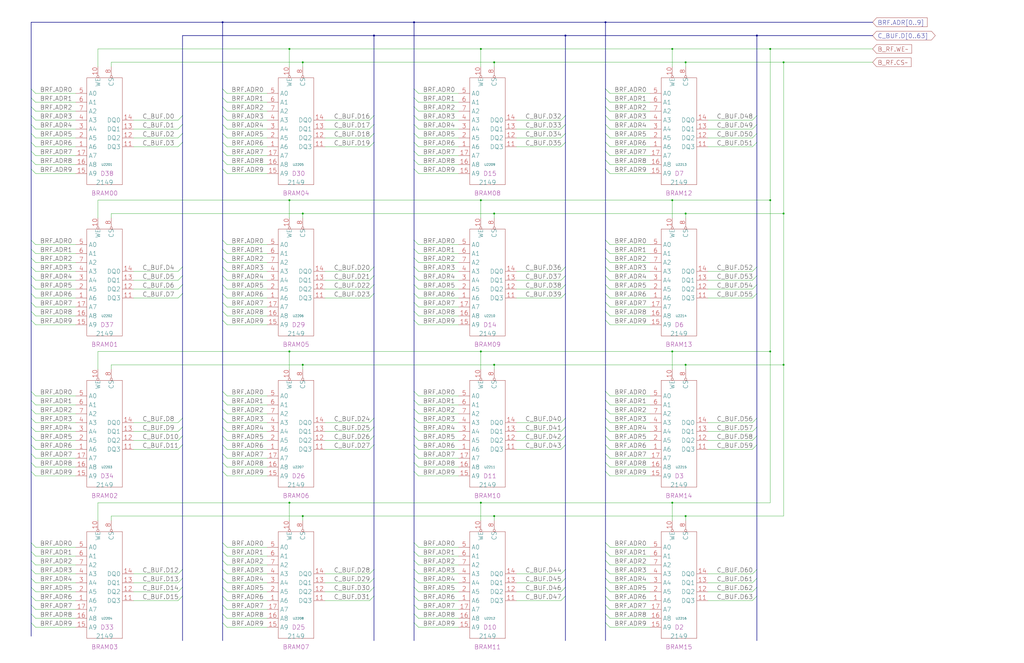
<source format=kicad_sch>
(kicad_sch (version 20250114) (generator "eeschema") (generator_version "9.0")
  (paper "User" 584.2 378.46)
  (title_block (title "REGISTER FILE B\\nRAM ARRAY") (date "22-MAR-90") (rev "1.0") (comment 1 "VALUE") (comment 2 "232-003063") (comment 3 "S400") (comment 4 "RELEASED"))
  (junction (at 274.32 114.3))
  (junction (at 165.1 200.66))
  (junction (at 127 12.7))
  (junction (at 431.8 20.32))
  (junction (at 213.36 20.32))
  (junction (at 383.54 27.94))
  (junction (at 281.94 121.92))
  (junction (at 447.04 35.56))
  (junction (at 322.58 20.32))
  (junction (at 391.16 35.56))
  (junction (at 345.44 12.7))
  (junction (at 165.1 287.02))
  (junction (at 447.04 121.92))
  (junction (at 439.42 114.3))
  (junction (at 383.54 287.02))
  (junction (at 383.54 114.3))
  (junction (at 274.32 287.02))
  (junction (at 391.16 208.28))
  (junction (at 172.72 294.64))
  (junction (at 281.94 294.64))
  (junction (at 391.16 121.92))
  (junction (at 383.54 200.66))
  (junction (at 439.42 200.66))
  (junction (at 281.94 208.28))
  (junction (at 274.32 27.94))
  (junction (at 172.72 35.56))
  (junction (at 447.04 208.28))
  (junction (at 391.16 294.64))
  (junction (at 281.94 35.56))
  (junction (at 165.1 27.94))
  (junction (at 274.32 200.66))
  (junction (at 172.72 121.92))
  (junction (at 172.72 208.28))
  (junction (at 165.1 114.3))
  (junction (at 236.22 12.7))
  (junction (at 439.42 27.94))
  (bus_entry (at 322.58 238.76) (size -2.54 2.54))
  (bus_entry (at 345.44 243.84) (size 2.54 2.54))
  (bus_entry (at 431.8 335.28) (size -2.54 2.54))
  (bus_entry (at 127 248.92) (size 2.54 2.54))
  (bus_entry (at 17.78 50.8) (size 2.54 2.54))
  (bus_entry (at 236.22 96.52) (size 2.54 2.54))
  (bus_entry (at 431.8 330.2) (size -2.54 2.54))
  (bus_entry (at 17.78 172.72) (size 2.54 2.54))
  (bus_entry (at 17.78 91.44) (size 2.54 2.54))
  (bus_entry (at 431.8 71.12) (size -2.54 2.54))
  (bus_entry (at 213.36 157.48) (size -2.54 2.54))
  (bus_entry (at 127 86.36) (size 2.54 2.54))
  (bus_entry (at 345.44 152.4) (size 2.54 2.54))
  (bus_entry (at 17.78 335.28) (size 2.54 2.54))
  (bus_entry (at 127 152.4) (size 2.54 2.54))
  (bus_entry (at 213.36 152.4) (size -2.54 2.54))
  (bus_entry (at 236.22 330.2) (size 2.54 2.54))
  (bus_entry (at 236.22 162.56) (size 2.54 2.54))
  (bus_entry (at 345.44 320.04) (size 2.54 2.54))
  (bus_entry (at 104.14 152.4) (size -2.54 2.54))
  (bus_entry (at 127 243.84) (size 2.54 2.54))
  (bus_entry (at 213.36 248.92) (size -2.54 2.54))
  (bus_entry (at 127 157.48) (size 2.54 2.54))
  (bus_entry (at 104.14 76.2) (size -2.54 2.54))
  (bus_entry (at 17.78 350.52) (size 2.54 2.54))
  (bus_entry (at 104.14 157.48) (size -2.54 2.54))
  (bus_entry (at 236.22 269.24) (size 2.54 2.54))
  (bus_entry (at 345.44 248.92) (size 2.54 2.54))
  (bus_entry (at 345.44 223.52) (size 2.54 2.54))
  (bus_entry (at 236.22 228.6) (size 2.54 2.54))
  (bus_entry (at 127 238.76) (size 2.54 2.54))
  (bus_entry (at 127 264.16) (size 2.54 2.54))
  (bus_entry (at 17.78 162.56) (size 2.54 2.54))
  (bus_entry (at 322.58 167.64) (size -2.54 2.54))
  (bus_entry (at 322.58 81.28) (size -2.54 2.54))
  (bus_entry (at 104.14 254) (size -2.54 2.54))
  (bus_entry (at 127 71.12) (size 2.54 2.54))
  (bus_entry (at 345.44 55.88) (size 2.54 2.54))
  (bus_entry (at 322.58 330.2) (size -2.54 2.54))
  (bus_entry (at 236.22 259.08) (size 2.54 2.54))
  (bus_entry (at 322.58 254) (size -2.54 2.54))
  (bus_entry (at 104.14 335.28) (size -2.54 2.54))
  (bus_entry (at 17.78 228.6) (size 2.54 2.54))
  (bus_entry (at 104.14 167.64) (size -2.54 2.54))
  (bus_entry (at 213.36 330.2) (size -2.54 2.54))
  (bus_entry (at 213.36 81.28) (size -2.54 2.54))
  (bus_entry (at 345.44 355.6) (size 2.54 2.54))
  (bus_entry (at 345.44 167.64) (size 2.54 2.54))
  (bus_entry (at 17.78 152.4) (size 2.54 2.54))
  (bus_entry (at 213.36 325.12) (size -2.54 2.54))
  (bus_entry (at 431.8 162.56) (size -2.54 2.54))
  (bus_entry (at 17.78 264.16) (size 2.54 2.54))
  (bus_entry (at 17.78 167.64) (size 2.54 2.54))
  (bus_entry (at 127 137.16) (size 2.54 2.54))
  (bus_entry (at 236.22 238.76) (size 2.54 2.54))
  (bus_entry (at 236.22 223.52) (size 2.54 2.54))
  (bus_entry (at 345.44 91.44) (size 2.54 2.54))
  (bus_entry (at 345.44 350.52) (size 2.54 2.54))
  (bus_entry (at 345.44 345.44) (size 2.54 2.54))
  (bus_entry (at 127 330.2) (size 2.54 2.54))
  (bus_entry (at 345.44 157.48) (size 2.54 2.54))
  (bus_entry (at 104.14 81.28) (size -2.54 2.54))
  (bus_entry (at 127 345.44) (size 2.54 2.54))
  (bus_entry (at 345.44 76.2) (size 2.54 2.54))
  (bus_entry (at 127 96.52) (size 2.54 2.54))
  (bus_entry (at 17.78 182.88) (size 2.54 2.54))
  (bus_entry (at 236.22 309.88) (size 2.54 2.54))
  (bus_entry (at 345.44 60.96) (size 2.54 2.54))
  (bus_entry (at 127 314.96) (size 2.54 2.54))
  (bus_entry (at 431.8 254) (size -2.54 2.54))
  (bus_entry (at 17.78 355.6) (size 2.54 2.54))
  (bus_entry (at 17.78 142.24) (size 2.54 2.54))
  (bus_entry (at 127 223.52) (size 2.54 2.54))
  (bus_entry (at 104.14 162.56) (size -2.54 2.54))
  (bus_entry (at 345.44 182.88) (size 2.54 2.54))
  (bus_entry (at 17.78 71.12) (size 2.54 2.54))
  (bus_entry (at 345.44 86.36) (size 2.54 2.54))
  (bus_entry (at 127 335.28) (size 2.54 2.54))
  (bus_entry (at 236.22 91.44) (size 2.54 2.54))
  (bus_entry (at 236.22 60.96) (size 2.54 2.54))
  (bus_entry (at 213.36 162.56) (size -2.54 2.54))
  (bus_entry (at 236.22 355.6) (size 2.54 2.54))
  (bus_entry (at 322.58 66.04) (size -2.54 2.54))
  (bus_entry (at 236.22 248.92) (size 2.54 2.54))
  (bus_entry (at 431.8 248.92) (size -2.54 2.54))
  (bus_entry (at 17.78 60.96) (size 2.54 2.54))
  (bus_entry (at 322.58 340.36) (size -2.54 2.54))
  (bus_entry (at 213.36 71.12) (size -2.54 2.54))
  (bus_entry (at 431.8 243.84) (size -2.54 2.54))
  (bus_entry (at 431.8 167.64) (size -2.54 2.54))
  (bus_entry (at 236.22 152.4) (size 2.54 2.54))
  (bus_entry (at 127 162.56) (size 2.54 2.54))
  (bus_entry (at 127 254) (size 2.54 2.54))
  (bus_entry (at 345.44 309.88) (size 2.54 2.54))
  (bus_entry (at 345.44 50.8) (size 2.54 2.54))
  (bus_entry (at 17.78 238.76) (size 2.54 2.54))
  (bus_entry (at 236.22 167.64) (size 2.54 2.54))
  (bus_entry (at 17.78 314.96) (size 2.54 2.54))
  (bus_entry (at 127 309.88) (size 2.54 2.54))
  (bus_entry (at 213.36 254) (size -2.54 2.54))
  (bus_entry (at 17.78 309.88) (size 2.54 2.54))
  (bus_entry (at 127 167.64) (size 2.54 2.54))
  (bus_entry (at 127 142.24) (size 2.54 2.54))
  (bus_entry (at 236.22 325.12) (size 2.54 2.54))
  (bus_entry (at 236.22 233.68) (size 2.54 2.54))
  (bus_entry (at 431.8 66.04) (size -2.54 2.54))
  (bus_entry (at 345.44 137.16) (size 2.54 2.54))
  (bus_entry (at 127 177.8) (size 2.54 2.54))
  (bus_entry (at 236.22 345.44) (size 2.54 2.54))
  (bus_entry (at 127 172.72) (size 2.54 2.54))
  (bus_entry (at 236.22 172.72) (size 2.54 2.54))
  (bus_entry (at 236.22 66.04) (size 2.54 2.54))
  (bus_entry (at 345.44 314.96) (size 2.54 2.54))
  (bus_entry (at 236.22 243.84) (size 2.54 2.54))
  (bus_entry (at 345.44 142.24) (size 2.54 2.54))
  (bus_entry (at 127 76.2) (size 2.54 2.54))
  (bus_entry (at 17.78 147.32) (size 2.54 2.54))
  (bus_entry (at 127 147.32) (size 2.54 2.54))
  (bus_entry (at 236.22 320.04) (size 2.54 2.54))
  (bus_entry (at 236.22 254) (size 2.54 2.54))
  (bus_entry (at 345.44 66.04) (size 2.54 2.54))
  (bus_entry (at 127 350.52) (size 2.54 2.54))
  (bus_entry (at 127 91.44) (size 2.54 2.54))
  (bus_entry (at 236.22 264.16) (size 2.54 2.54))
  (bus_entry (at 104.14 71.12) (size -2.54 2.54))
  (bus_entry (at 17.78 320.04) (size 2.54 2.54))
  (bus_entry (at 236.22 81.28) (size 2.54 2.54))
  (bus_entry (at 17.78 340.36) (size 2.54 2.54))
  (bus_entry (at 17.78 137.16) (size 2.54 2.54))
  (bus_entry (at 322.58 71.12) (size -2.54 2.54))
  (bus_entry (at 104.14 238.76) (size -2.54 2.54))
  (bus_entry (at 127 66.04) (size 2.54 2.54))
  (bus_entry (at 17.78 254) (size 2.54 2.54))
  (bus_entry (at 104.14 248.92) (size -2.54 2.54))
  (bus_entry (at 213.36 66.04) (size -2.54 2.54))
  (bus_entry (at 345.44 172.72) (size 2.54 2.54))
  (bus_entry (at 236.22 55.88) (size 2.54 2.54))
  (bus_entry (at 127 228.6) (size 2.54 2.54))
  (bus_entry (at 236.22 182.88) (size 2.54 2.54))
  (bus_entry (at 104.14 66.04) (size -2.54 2.54))
  (bus_entry (at 322.58 243.84) (size -2.54 2.54))
  (bus_entry (at 104.14 325.12) (size -2.54 2.54))
  (bus_entry (at 431.8 152.4) (size -2.54 2.54))
  (bus_entry (at 17.78 248.92) (size 2.54 2.54))
  (bus_entry (at 431.8 238.76) (size -2.54 2.54))
  (bus_entry (at 236.22 71.12) (size 2.54 2.54))
  (bus_entry (at 322.58 157.48) (size -2.54 2.54))
  (bus_entry (at 322.58 152.4) (size -2.54 2.54))
  (bus_entry (at 431.8 325.12) (size -2.54 2.54))
  (bus_entry (at 17.78 223.52) (size 2.54 2.54))
  (bus_entry (at 127 233.68) (size 2.54 2.54))
  (bus_entry (at 17.78 157.48) (size 2.54 2.54))
  (bus_entry (at 345.44 335.28) (size 2.54 2.54))
  (bus_entry (at 431.8 340.36) (size -2.54 2.54))
  (bus_entry (at 17.78 345.44) (size 2.54 2.54))
  (bus_entry (at 322.58 335.28) (size -2.54 2.54))
  (bus_entry (at 17.78 259.08) (size 2.54 2.54))
  (bus_entry (at 17.78 330.2) (size 2.54 2.54))
  (bus_entry (at 345.44 228.6) (size 2.54 2.54))
  (bus_entry (at 431.8 157.48) (size -2.54 2.54))
  (bus_entry (at 345.44 269.24) (size 2.54 2.54))
  (bus_entry (at 236.22 76.2) (size 2.54 2.54))
  (bus_entry (at 104.14 330.2) (size -2.54 2.54))
  (bus_entry (at 345.44 96.52) (size 2.54 2.54))
  (bus_entry (at 322.58 248.92) (size -2.54 2.54))
  (bus_entry (at 127 320.04) (size 2.54 2.54))
  (bus_entry (at 213.36 167.64) (size -2.54 2.54))
  (bus_entry (at 236.22 335.28) (size 2.54 2.54))
  (bus_entry (at 127 182.88) (size 2.54 2.54))
  (bus_entry (at 17.78 269.24) (size 2.54 2.54))
  (bus_entry (at 345.44 340.36) (size 2.54 2.54))
  (bus_entry (at 345.44 233.68) (size 2.54 2.54))
  (bus_entry (at 236.22 142.24) (size 2.54 2.54))
  (bus_entry (at 17.78 81.28) (size 2.54 2.54))
  (bus_entry (at 236.22 340.36) (size 2.54 2.54))
  (bus_entry (at 17.78 177.8) (size 2.54 2.54))
  (bus_entry (at 127 269.24) (size 2.54 2.54))
  (bus_entry (at 127 259.08) (size 2.54 2.54))
  (bus_entry (at 345.44 264.16) (size 2.54 2.54))
  (bus_entry (at 236.22 350.52) (size 2.54 2.54))
  (bus_entry (at 236.22 137.16) (size 2.54 2.54))
  (bus_entry (at 213.36 340.36) (size -2.54 2.54))
  (bus_entry (at 345.44 177.8) (size 2.54 2.54))
  (bus_entry (at 127 60.96) (size 2.54 2.54))
  (bus_entry (at 127 50.8) (size 2.54 2.54))
  (bus_entry (at 127 340.36) (size 2.54 2.54))
  (bus_entry (at 236.22 50.8) (size 2.54 2.54))
  (bus_entry (at 213.36 238.76) (size -2.54 2.54))
  (bus_entry (at 236.22 314.96) (size 2.54 2.54))
  (bus_entry (at 17.78 55.88) (size 2.54 2.54))
  (bus_entry (at 345.44 147.32) (size 2.54 2.54))
  (bus_entry (at 17.78 325.12) (size 2.54 2.54))
  (bus_entry (at 431.8 81.28) (size -2.54 2.54))
  (bus_entry (at 213.36 335.28) (size -2.54 2.54))
  (bus_entry (at 213.36 76.2) (size -2.54 2.54))
  (bus_entry (at 17.78 76.2) (size 2.54 2.54))
  (bus_entry (at 431.8 76.2) (size -2.54 2.54))
  (bus_entry (at 345.44 238.76) (size 2.54 2.54))
  (bus_entry (at 322.58 76.2) (size -2.54 2.54))
  (bus_entry (at 127 55.88) (size 2.54 2.54))
  (bus_entry (at 345.44 259.08) (size 2.54 2.54))
  (bus_entry (at 17.78 66.04) (size 2.54 2.54))
  (bus_entry (at 345.44 325.12) (size 2.54 2.54))
  (bus_entry (at 322.58 325.12) (size -2.54 2.54))
  (bus_entry (at 236.22 147.32) (size 2.54 2.54))
  (bus_entry (at 17.78 86.36) (size 2.54 2.54))
  (bus_entry (at 104.14 243.84) (size -2.54 2.54))
  (bus_entry (at 17.78 233.68) (size 2.54 2.54))
  (bus_entry (at 236.22 177.8) (size 2.54 2.54))
  (bus_entry (at 104.14 340.36) (size -2.54 2.54))
  (bus_entry (at 322.58 162.56) (size -2.54 2.54))
  (bus_entry (at 345.44 162.56) (size 2.54 2.54))
  (bus_entry (at 345.44 254) (size 2.54 2.54))
  (bus_entry (at 127 81.28) (size 2.54 2.54))
  (bus_entry (at 213.36 243.84) (size -2.54 2.54))
  (bus_entry (at 127 325.12) (size 2.54 2.54))
  (bus_entry (at 236.22 157.48) (size 2.54 2.54))
  (bus_entry (at 345.44 71.12) (size 2.54 2.54))
  (bus_entry (at 127 355.6) (size 2.54 2.54))
  (bus_entry (at 17.78 96.52) (size 2.54 2.54))
  (bus_entry (at 345.44 330.2) (size 2.54 2.54))
  (bus_entry (at 236.22 86.36) (size 2.54 2.54))
  (bus_entry (at 17.78 243.84) (size 2.54 2.54))
  (bus_entry (at 345.44 81.28) (size 2.54 2.54))
  (bus (pts (xy 17.78 238.76) (xy 17.78 243.84)))
  (wire (pts (xy 76.2 337.82) (xy 101.6 337.82)))
  (bus (pts (xy 17.78 254) (xy 17.78 259.08)))
  (wire (pts (xy 391.16 121.92) (xy 391.16 124.46)))
  (bus (pts (xy 236.22 254) (xy 236.22 259.08)))
  (wire (pts (xy 238.76 317.5) (xy 261.62 317.5)))
  (bus (pts (xy 322.58 157.48) (xy 322.58 162.56)))
  (bus (pts (xy 127 96.52) (xy 127 137.16)))
  (bus (pts (xy 104.14 167.64) (xy 104.14 238.76)))
  (bus (pts (xy 17.78 243.84) (xy 17.78 248.92)))
  (wire (pts (xy 383.54 27.94) (xy 439.42 27.94)))
  (wire (pts (xy 238.76 271.78) (xy 261.62 271.78)))
  (wire (pts (xy 63.5 121.92) (xy 63.5 124.46)))
  (wire (pts (xy 238.76 231.14) (xy 261.62 231.14)))
  (wire (pts (xy 63.5 35.56) (xy 63.5 38.1)))
  (bus (pts (xy 345.44 71.12) (xy 345.44 76.2)))
  (bus (pts (xy 17.78 269.24) (xy 17.78 309.88)))
  (wire (pts (xy 129.54 68.58) (xy 152.4 68.58)))
  (bus (pts (xy 236.22 12.7) (xy 236.22 50.8)))
  (wire (pts (xy 403.86 68.58) (xy 429.26 68.58)))
  (wire (pts (xy 76.2 327.66) (xy 101.6 327.66)))
  (bus (pts (xy 127 167.64) (xy 127 172.72)))
  (wire (pts (xy 129.54 149.86) (xy 152.4 149.86)))
  (bus (pts (xy 17.78 248.92) (xy 17.78 254)))
  (wire (pts (xy 238.76 342.9) (xy 261.62 342.9)))
  (bus (pts (xy 127 50.8) (xy 127 55.88)))
  (wire (pts (xy 20.32 322.58) (xy 43.18 322.58)))
  (bus (pts (xy 431.8 248.92) (xy 431.8 254)))
  (bus (pts (xy 17.78 233.68) (xy 17.78 238.76)))
  (bus (pts (xy 431.8 325.12) (xy 431.8 330.2)))
  (wire (pts (xy 20.32 58.42) (xy 43.18 58.42)))
  (wire (pts (xy 172.72 35.56) (xy 63.5 35.56)))
  (bus (pts (xy 345.44 314.96) (xy 345.44 320.04)))
  (wire (pts (xy 129.54 327.66) (xy 152.4 327.66)))
  (bus (pts (xy 17.78 340.36) (xy 17.78 345.44)))
  (wire (pts (xy 55.88 200.66) (xy 165.1 200.66)))
  (bus (pts (xy 104.14 157.48) (xy 104.14 162.56)))
  (wire (pts (xy 403.86 241.3) (xy 429.26 241.3)))
  (bus (pts (xy 345.44 137.16) (xy 345.44 142.24)))
  (wire (pts (xy 403.86 78.74) (xy 429.26 78.74)))
  (wire (pts (xy 238.76 353.06) (xy 261.62 353.06)))
  (wire (pts (xy 185.42 83.82) (xy 210.82 83.82)))
  (wire (pts (xy 238.76 236.22) (xy 261.62 236.22)))
  (bus (pts (xy 322.58 330.2) (xy 322.58 335.28)))
  (wire (pts (xy 347.98 149.86) (xy 370.84 149.86)))
  (bus (pts (xy 17.78 182.88) (xy 17.78 223.52)))
  (bus (pts (xy 127 91.44) (xy 127 96.52)))
  (bus (pts (xy 213.36 20.32) (xy 322.58 20.32)))
  (wire (pts (xy 447.04 121.92) (xy 447.04 35.56)))
  (bus (pts (xy 236.22 264.16) (xy 236.22 269.24)))
  (bus (pts (xy 431.8 20.32) (xy 497.84 20.32)))
  (wire (pts (xy 347.98 139.7) (xy 370.84 139.7)))
  (wire (pts (xy 185.42 256.54) (xy 210.82 256.54)))
  (bus (pts (xy 127 254) (xy 127 259.08)))
  (wire (pts (xy 55.88 27.94) (xy 55.88 38.1)))
  (wire (pts (xy 63.5 294.64) (xy 172.72 294.64)))
  (wire (pts (xy 274.32 287.02) (xy 165.1 287.02)))
  (bus (pts (xy 17.78 172.72) (xy 17.78 177.8)))
  (wire (pts (xy 238.76 63.5) (xy 261.62 63.5)))
  (bus (pts (xy 127 55.88) (xy 127 60.96)))
  (bus (pts (xy 213.36 66.04) (xy 213.36 71.12)))
  (wire (pts (xy 238.76 175.26) (xy 261.62 175.26)))
  (bus (pts (xy 236.22 314.96) (xy 236.22 320.04)))
  (wire (pts (xy 403.86 342.9) (xy 429.26 342.9)))
  (wire (pts (xy 129.54 165.1) (xy 152.4 165.1)))
  (wire (pts (xy 274.32 27.94) (xy 274.32 38.1)))
  (bus (pts (xy 236.22 81.28) (xy 236.22 86.36)))
  (bus (pts (xy 345.44 259.08) (xy 345.44 264.16)))
  (wire (pts (xy 347.98 266.7) (xy 370.84 266.7)))
  (wire (pts (xy 129.54 73.66) (xy 152.4 73.66)))
  (bus (pts (xy 127 355.6) (xy 127 365.76)))
  (wire (pts (xy 20.32 337.82) (xy 43.18 337.82)))
  (bus (pts (xy 104.14 20.32) (xy 213.36 20.32)))
  (wire (pts (xy 55.88 114.3) (xy 165.1 114.3)))
  (wire (pts (xy 129.54 144.78) (xy 152.4 144.78)))
  (wire (pts (xy 129.54 317.5) (xy 152.4 317.5)))
  (wire (pts (xy 63.5 121.92) (xy 172.72 121.92)))
  (wire (pts (xy 391.16 294.64) (xy 391.16 297.18)))
  (wire (pts (xy 76.2 73.66) (xy 101.6 73.66)))
  (bus (pts (xy 127 86.36) (xy 127 91.44)))
  (wire (pts (xy 76.2 165.1) (xy 101.6 165.1)))
  (bus (pts (xy 17.78 228.6) (xy 17.78 233.68)))
  (wire (pts (xy 281.94 35.56) (xy 172.72 35.56)))
  (bus (pts (xy 236.22 147.32) (xy 236.22 152.4)))
  (wire (pts (xy 238.76 312.42) (xy 261.62 312.42)))
  (bus (pts (xy 104.14 81.28) (xy 104.14 152.4)))
  (wire (pts (xy 403.86 154.94) (xy 429.26 154.94)))
  (wire (pts (xy 165.1 200.66) (xy 165.1 210.82)))
  (wire (pts (xy 347.98 241.3) (xy 370.84 241.3)))
  (bus (pts (xy 431.8 81.28) (xy 431.8 152.4)))
  (wire (pts (xy 76.2 160.02) (xy 101.6 160.02)))
  (wire (pts (xy 20.32 332.74) (xy 43.18 332.74)))
  (bus (pts (xy 322.58 325.12) (xy 322.58 330.2)))
  (wire (pts (xy 20.32 261.62) (xy 43.18 261.62)))
  (wire (pts (xy 238.76 180.34) (xy 261.62 180.34)))
  (wire (pts (xy 238.76 78.74) (xy 261.62 78.74)))
  (bus (pts (xy 17.78 76.2) (xy 17.78 81.28)))
  (wire (pts (xy 391.16 121.92) (xy 447.04 121.92)))
  (bus (pts (xy 104.14 76.2) (xy 104.14 81.28)))
  (bus (pts (xy 236.22 182.88) (xy 236.22 223.52)))
  (wire (pts (xy 185.42 241.3) (xy 210.82 241.3)))
  (wire (pts (xy 20.32 241.3) (xy 43.18 241.3)))
  (wire (pts (xy 129.54 53.34) (xy 152.4 53.34)))
  (wire (pts (xy 439.42 287.02) (xy 383.54 287.02)))
  (wire (pts (xy 165.1 114.3) (xy 165.1 124.46)))
  (wire (pts (xy 347.98 144.78) (xy 370.84 144.78)))
  (bus (pts (xy 104.14 335.28) (xy 104.14 340.36)))
  (wire (pts (xy 238.76 53.34) (xy 261.62 53.34)))
  (wire (pts (xy 20.32 53.34) (xy 43.18 53.34)))
  (wire (pts (xy 76.2 154.94) (xy 101.6 154.94)))
  (bus (pts (xy 236.22 137.16) (xy 236.22 142.24)))
  (bus (pts (xy 431.8 71.12) (xy 431.8 76.2)))
  (bus (pts (xy 127 330.2) (xy 127 335.28)))
  (wire (pts (xy 20.32 256.54) (xy 43.18 256.54)))
  (wire (pts (xy 185.42 337.82) (xy 210.82 337.82)))
  (bus (pts (xy 17.78 309.88) (xy 17.78 314.96)))
  (wire (pts (xy 55.88 27.94) (xy 165.1 27.94)))
  (bus (pts (xy 17.78 330.2) (xy 17.78 335.28)))
  (bus (pts (xy 322.58 66.04) (xy 322.58 71.12)))
  (wire (pts (xy 20.32 170.18) (xy 43.18 170.18)))
  (wire (pts (xy 347.98 170.18) (xy 370.84 170.18)))
  (bus (pts (xy 104.14 340.36) (xy 104.14 365.76)))
  (bus (pts (xy 17.78 259.08) (xy 17.78 264.16)))
  (wire (pts (xy 238.76 149.86) (xy 261.62 149.86)))
  (wire (pts (xy 403.86 246.38) (xy 429.26 246.38)))
  (wire (pts (xy 238.76 154.94) (xy 261.62 154.94)))
  (wire (pts (xy 20.32 165.1) (xy 43.18 165.1)))
  (bus (pts (xy 236.22 223.52) (xy 236.22 228.6)))
  (wire (pts (xy 403.86 73.66) (xy 429.26 73.66)))
  (wire (pts (xy 238.76 93.98) (xy 261.62 93.98)))
  (bus (pts (xy 345.44 330.2) (xy 345.44 335.28)))
  (wire (pts (xy 347.98 251.46) (xy 370.84 251.46)))
  (wire (pts (xy 439.42 114.3) (xy 439.42 200.66)))
  (bus (pts (xy 236.22 269.24) (xy 236.22 309.88)))
  (wire (pts (xy 347.98 317.5) (xy 370.84 317.5)))
  (wire (pts (xy 347.98 58.42) (xy 370.84 58.42)))
  (wire (pts (xy 281.94 35.56) (xy 281.94 38.1)))
  (wire (pts (xy 347.98 226.06) (xy 370.84 226.06)))
  (bus (pts (xy 213.36 335.28) (xy 213.36 340.36)))
  (wire (pts (xy 391.16 208.28) (xy 447.04 208.28)))
  (bus (pts (xy 345.44 182.88) (xy 345.44 223.52)))
  (bus (pts (xy 127 12.7) (xy 127 50.8)))
  (wire (pts (xy 20.32 353.06) (xy 43.18 353.06)))
  (wire (pts (xy 347.98 78.74) (xy 370.84 78.74)))
  (wire (pts (xy 274.32 114.3) (xy 383.54 114.3)))
  (wire (pts (xy 172.72 294.64) (xy 172.72 297.18)))
  (wire (pts (xy 63.5 208.28) (xy 172.72 208.28)))
  (wire (pts (xy 238.76 58.42) (xy 261.62 58.42)))
  (wire (pts (xy 403.86 327.66) (xy 429.26 327.66)))
  (wire (pts (xy 403.86 160.02) (xy 429.26 160.02)))
  (wire (pts (xy 403.86 337.82) (xy 429.26 337.82)))
  (bus (pts (xy 345.44 228.6) (xy 345.44 233.68)))
  (wire (pts (xy 294.64 246.38) (xy 320.04 246.38)))
  (wire (pts (xy 129.54 332.74) (xy 152.4 332.74)))
  (wire (pts (xy 172.72 35.56) (xy 172.72 38.1)))
  (bus (pts (xy 345.44 50.8) (xy 345.44 55.88)))
  (wire (pts (xy 165.1 200.66) (xy 274.32 200.66)))
  (wire (pts (xy 55.88 200.66) (xy 55.88 210.82)))
  (bus (pts (xy 127 335.28) (xy 127 340.36)))
  (wire (pts (xy 294.64 78.74) (xy 320.04 78.74)))
  (bus (pts (xy 236.22 71.12) (xy 236.22 76.2)))
  (bus (pts (xy 104.14 20.32) (xy 104.14 66.04)))
  (wire (pts (xy 20.32 246.38) (xy 43.18 246.38)))
  (wire (pts (xy 347.98 271.78) (xy 370.84 271.78)))
  (wire (pts (xy 129.54 160.02) (xy 152.4 160.02)))
  (bus (pts (xy 236.22 55.88) (xy 236.22 60.96)))
  (wire (pts (xy 20.32 99.06) (xy 43.18 99.06)))
  (wire (pts (xy 238.76 99.06) (xy 261.62 99.06)))
  (wire (pts (xy 185.42 78.74) (xy 210.82 78.74)))
  (bus (pts (xy 431.8 20.32) (xy 431.8 66.04)))
  (wire (pts (xy 165.1 287.02) (xy 55.88 287.02)))
  (wire (pts (xy 238.76 327.66) (xy 261.62 327.66)))
  (wire (pts (xy 20.32 144.78) (xy 43.18 144.78)))
  (bus (pts (xy 17.78 162.56) (xy 17.78 167.64)))
  (wire (pts (xy 383.54 114.3) (xy 383.54 124.46)))
  (wire (pts (xy 294.64 241.3) (xy 320.04 241.3)))
  (bus (pts (xy 17.78 167.64) (xy 17.78 172.72)))
  (wire (pts (xy 76.2 251.46) (xy 101.6 251.46)))
  (bus (pts (xy 104.14 330.2) (xy 104.14 335.28)))
  (bus (pts (xy 345.44 81.28) (xy 345.44 86.36)))
  (wire (pts (xy 185.42 251.46) (xy 210.82 251.46)))
  (wire (pts (xy 165.1 287.02) (xy 165.1 297.18)))
  (bus (pts (xy 104.14 248.92) (xy 104.14 254)))
  (wire (pts (xy 403.86 165.1) (xy 429.26 165.1)))
  (wire (pts (xy 294.64 332.74) (xy 320.04 332.74)))
  (bus (pts (xy 345.44 233.68) (xy 345.44 238.76)))
  (wire (pts (xy 403.86 332.74) (xy 429.26 332.74)))
  (bus (pts (xy 345.44 91.44) (xy 345.44 96.52)))
  (wire (pts (xy 185.42 154.94) (xy 210.82 154.94)))
  (bus (pts (xy 236.22 172.72) (xy 236.22 177.8)))
  (bus (pts (xy 127 137.16) (xy 127 142.24)))
  (bus (pts (xy 431.8 330.2) (xy 431.8 335.28)))
  (bus (pts (xy 17.78 96.52) (xy 17.78 137.16)))
  (bus (pts (xy 236.22 167.64) (xy 236.22 172.72)))
  (bus (pts (xy 322.58 248.92) (xy 322.58 254)))
  (wire (pts (xy 281.94 208.28) (xy 391.16 208.28)))
  (wire (pts (xy 76.2 83.82) (xy 101.6 83.82)))
  (wire (pts (xy 20.32 312.42) (xy 43.18 312.42)))
  (bus (pts (xy 127 162.56) (xy 127 167.64)))
  (wire (pts (xy 76.2 68.58) (xy 101.6 68.58)))
  (wire (pts (xy 238.76 241.3) (xy 261.62 241.3)))
  (wire (pts (xy 294.64 327.66) (xy 320.04 327.66)))
  (bus (pts (xy 236.22 309.88) (xy 236.22 314.96)))
  (wire (pts (xy 383.54 287.02) (xy 383.54 297.18)))
  (bus (pts (xy 213.36 243.84) (xy 213.36 248.92)))
  (bus (pts (xy 17.78 55.88) (xy 17.78 60.96)))
  (wire (pts (xy 20.32 342.9) (xy 43.18 342.9)))
  (bus (pts (xy 104.14 254) (xy 104.14 325.12)))
  (bus (pts (xy 322.58 152.4) (xy 322.58 157.48)))
  (bus (pts (xy 345.44 309.88) (xy 345.44 314.96)))
  (wire (pts (xy 274.32 114.3) (xy 274.32 124.46)))
  (wire (pts (xy 185.42 73.66) (xy 210.82 73.66)))
  (wire (pts (xy 294.64 342.9) (xy 320.04 342.9)))
  (wire (pts (xy 20.32 83.82) (xy 43.18 83.82)))
  (wire (pts (xy 129.54 83.82) (xy 152.4 83.82)))
  (wire (pts (xy 20.32 93.98) (xy 43.18 93.98)))
  (wire (pts (xy 294.64 337.82) (xy 320.04 337.82)))
  (bus (pts (xy 345.44 157.48) (xy 345.44 162.56)))
  (bus (pts (xy 213.36 254) (xy 213.36 325.12)))
  (bus (pts (xy 431.8 76.2) (xy 431.8 81.28)))
  (bus (pts (xy 213.36 157.48) (xy 213.36 162.56)))
  (wire (pts (xy 294.64 73.66) (xy 320.04 73.66)))
  (bus (pts (xy 17.78 355.6) (xy 17.78 363.22)))
  (wire (pts (xy 20.32 63.5) (xy 43.18 63.5)))
  (bus (pts (xy 236.22 325.12) (xy 236.22 330.2)))
  (wire (pts (xy 20.32 347.98) (xy 43.18 347.98)))
  (wire (pts (xy 20.32 88.9) (xy 43.18 88.9)))
  (wire (pts (xy 129.54 154.94) (xy 152.4 154.94)))
  (wire (pts (xy 347.98 358.14) (xy 370.84 358.14)))
  (bus (pts (xy 127 147.32) (xy 127 152.4)))
  (bus (pts (xy 104.14 243.84) (xy 104.14 248.92)))
  (bus (pts (xy 104.14 71.12) (xy 104.14 76.2)))
  (wire (pts (xy 294.64 68.58) (xy 320.04 68.58)))
  (bus (pts (xy 127 264.16) (xy 127 269.24)))
  (wire (pts (xy 294.64 251.46) (xy 320.04 251.46)))
  (bus (pts (xy 127 233.68) (xy 127 238.76)))
  (wire (pts (xy 129.54 342.9) (xy 152.4 342.9)))
  (bus (pts (xy 431.8 162.56) (xy 431.8 167.64)))
  (wire (pts (xy 129.54 251.46) (xy 152.4 251.46)))
  (wire (pts (xy 347.98 337.82) (xy 370.84 337.82)))
  (bus (pts (xy 127 157.48) (xy 127 162.56)))
  (wire (pts (xy 347.98 332.74) (xy 370.84 332.74)))
  (bus (pts (xy 345.44 142.24) (xy 345.44 147.32)))
  (bus (pts (xy 17.78 137.16) (xy 17.78 142.24)))
  (bus (pts (xy 322.58 238.76) (xy 322.58 243.84)))
  (bus (pts (xy 17.78 81.28) (xy 17.78 86.36)))
  (bus (pts (xy 127 177.8) (xy 127 182.88)))
  (bus (pts (xy 213.36 248.92) (xy 213.36 254)))
  (wire (pts (xy 238.76 226.06) (xy 261.62 226.06)))
  (wire (pts (xy 391.16 208.28) (xy 391.16 210.82)))
  (wire (pts (xy 129.54 175.26) (xy 152.4 175.26)))
  (wire (pts (xy 347.98 312.42) (xy 370.84 312.42)))
  (wire (pts (xy 274.32 287.02) (xy 274.32 297.18)))
  (bus (pts (xy 127 325.12) (xy 127 330.2)))
  (wire (pts (xy 129.54 347.98) (xy 152.4 347.98)))
  (bus (pts (xy 431.8 167.64) (xy 431.8 238.76)))
  (wire (pts (xy 20.32 226.06) (xy 43.18 226.06)))
  (wire (pts (xy 129.54 170.18) (xy 152.4 170.18)))
  (bus (pts (xy 17.78 147.32) (xy 17.78 152.4)))
  (bus (pts (xy 236.22 96.52) (xy 236.22 137.16)))
  (bus (pts (xy 236.22 66.04) (xy 236.22 71.12)))
  (wire (pts (xy 129.54 231.14) (xy 152.4 231.14)))
  (bus (pts (xy 127 182.88) (xy 127 223.52)))
  (wire (pts (xy 403.86 83.82) (xy 429.26 83.82)))
  (wire (pts (xy 129.54 337.82) (xy 152.4 337.82)))
  (bus (pts (xy 345.44 147.32) (xy 345.44 152.4)))
  (wire (pts (xy 185.42 342.9) (xy 210.82 342.9)))
  (wire (pts (xy 391.16 294.64) (xy 447.04 294.64)))
  (bus (pts (xy 17.78 345.44) (xy 17.78 350.52)))
  (bus (pts (xy 345.44 264.16) (xy 345.44 269.24)))
  (wire (pts (xy 347.98 175.26) (xy 370.84 175.26)))
  (bus (pts (xy 345.44 96.52) (xy 345.44 137.16)))
  (bus (pts (xy 345.44 162.56) (xy 345.44 167.64)))
  (bus (pts (xy 431.8 238.76) (xy 431.8 243.84)))
  (wire (pts (xy 238.76 185.42) (xy 261.62 185.42)))
  (bus (pts (xy 345.44 172.72) (xy 345.44 177.8)))
  (bus (pts (xy 127 243.84) (xy 127 248.92)))
  (wire (pts (xy 129.54 353.06) (xy 152.4 353.06)))
  (wire (pts (xy 383.54 200.66) (xy 383.54 210.82)))
  (bus (pts (xy 213.36 162.56) (xy 213.36 167.64)))
  (bus (pts (xy 213.36 20.32) (xy 213.36 66.04)))
  (wire (pts (xy 294.64 165.1) (xy 320.04 165.1)))
  (wire (pts (xy 347.98 231.14) (xy 370.84 231.14)))
  (bus (pts (xy 17.78 12.7) (xy 127 12.7)))
  (bus (pts (xy 17.78 314.96) (xy 17.78 320.04)))
  (wire (pts (xy 129.54 63.5) (xy 152.4 63.5)))
  (wire (pts (xy 238.76 139.7) (xy 261.62 139.7)))
  (bus (pts (xy 322.58 335.28) (xy 322.58 340.36)))
  (wire (pts (xy 347.98 246.38) (xy 370.84 246.38)))
  (bus (pts (xy 345.44 76.2) (xy 345.44 81.28)))
  (wire (pts (xy 238.76 332.74) (xy 261.62 332.74)))
  (wire (pts (xy 20.32 266.7) (xy 43.18 266.7)))
  (wire (pts (xy 172.72 121.92) (xy 281.94 121.92)))
  (bus (pts (xy 236.22 50.8) (xy 236.22 55.88)))
  (wire (pts (xy 129.54 99.06) (xy 152.4 99.06)))
  (bus (pts (xy 17.78 157.48) (xy 17.78 162.56)))
  (wire (pts (xy 347.98 342.9) (xy 370.84 342.9)))
  (wire (pts (xy 347.98 236.22) (xy 370.84 236.22)))
  (wire (pts (xy 63.5 208.28) (xy 63.5 210.82)))
  (bus (pts (xy 322.58 81.28) (xy 322.58 152.4)))
  (bus (pts (xy 127 320.04) (xy 127 325.12)))
  (bus (pts (xy 17.78 60.96) (xy 17.78 66.04)))
  (wire (pts (xy 165.1 114.3) (xy 274.32 114.3)))
  (wire (pts (xy 76.2 241.3) (xy 101.6 241.3)))
  (wire (pts (xy 447.04 208.28) (xy 447.04 121.92)))
  (wire (pts (xy 347.98 63.5) (xy 370.84 63.5)))
  (bus (pts (xy 127 228.6) (xy 127 233.68)))
  (wire (pts (xy 129.54 226.06) (xy 152.4 226.06)))
  (wire (pts (xy 294.64 154.94) (xy 320.04 154.94)))
  (bus (pts (xy 345.44 340.36) (xy 345.44 345.44)))
  (bus (pts (xy 213.36 76.2) (xy 213.36 81.28)))
  (wire (pts (xy 129.54 58.42) (xy 152.4 58.42)))
  (wire (pts (xy 20.32 68.58) (xy 43.18 68.58)))
  (bus (pts (xy 17.78 223.52) (xy 17.78 228.6)))
  (bus (pts (xy 236.22 157.48) (xy 236.22 162.56)))
  (wire (pts (xy 238.76 88.9) (xy 261.62 88.9)))
  (wire (pts (xy 238.76 170.18) (xy 261.62 170.18)))
  (bus (pts (xy 322.58 167.64) (xy 322.58 238.76)))
  (bus (pts (xy 127 12.7) (xy 236.22 12.7)))
  (wire (pts (xy 294.64 170.18) (xy 320.04 170.18)))
  (bus (pts (xy 236.22 86.36) (xy 236.22 91.44)))
  (bus (pts (xy 17.78 50.8) (xy 17.78 55.88)))
  (wire (pts (xy 281.94 294.64) (xy 391.16 294.64)))
  (wire (pts (xy 76.2 332.74) (xy 101.6 332.74)))
  (wire (pts (xy 238.76 68.58) (xy 261.62 68.58)))
  (bus (pts (xy 127 259.08) (xy 127 264.16)))
  (wire (pts (xy 238.76 144.78) (xy 261.62 144.78)))
  (bus (pts (xy 236.22 320.04) (xy 236.22 325.12)))
  (bus (pts (xy 236.22 233.68) (xy 236.22 238.76)))
  (wire (pts (xy 129.54 78.74) (xy 152.4 78.74)))
  (wire (pts (xy 129.54 88.9) (xy 152.4 88.9)))
  (wire (pts (xy 347.98 185.42) (xy 370.84 185.42)))
  (bus (pts (xy 236.22 350.52) (xy 236.22 355.6)))
  (wire (pts (xy 20.32 180.34) (xy 43.18 180.34)))
  (bus (pts (xy 17.78 264.16) (xy 17.78 269.24)))
  (wire (pts (xy 129.54 261.62) (xy 152.4 261.62)))
  (bus (pts (xy 345.44 177.8) (xy 345.44 182.88)))
  (wire (pts (xy 129.54 246.38) (xy 152.4 246.38)))
  (bus (pts (xy 213.36 167.64) (xy 213.36 238.76)))
  (wire (pts (xy 76.2 78.74) (xy 101.6 78.74)))
  (wire (pts (xy 172.72 294.64) (xy 281.94 294.64)))
  (bus (pts (xy 236.22 60.96) (xy 236.22 66.04)))
  (wire (pts (xy 129.54 139.7) (xy 152.4 139.7)))
  (bus (pts (xy 17.78 335.28) (xy 17.78 340.36)))
  (bus (pts (xy 236.22 152.4) (xy 236.22 157.48)))
  (wire (pts (xy 20.32 160.02) (xy 43.18 160.02)))
  (wire (pts (xy 20.32 236.22) (xy 43.18 236.22)))
  (wire (pts (xy 185.42 170.18) (xy 210.82 170.18)))
  (bus (pts (xy 431.8 335.28) (xy 431.8 340.36)))
  (wire (pts (xy 439.42 27.94) (xy 497.84 27.94)))
  (bus (pts (xy 17.78 66.04) (xy 17.78 71.12)))
  (wire (pts (xy 383.54 27.94) (xy 383.54 38.1)))
  (wire (pts (xy 20.32 73.66) (xy 43.18 73.66)))
  (bus (pts (xy 127 71.12) (xy 127 76.2)))
  (wire (pts (xy 439.42 27.94) (xy 439.42 114.3)))
  (wire (pts (xy 347.98 261.62) (xy 370.84 261.62)))
  (bus (pts (xy 127 248.92) (xy 127 254)))
  (wire (pts (xy 274.32 200.66) (xy 274.32 210.82)))
  (bus (pts (xy 345.44 320.04) (xy 345.44 325.12)))
  (wire (pts (xy 63.5 294.64) (xy 63.5 297.18)))
  (bus (pts (xy 17.78 152.4) (xy 17.78 157.48)))
  (bus (pts (xy 104.14 152.4) (xy 104.14 157.48)))
  (bus (pts (xy 322.58 243.84) (xy 322.58 248.92)))
  (wire (pts (xy 238.76 83.82) (xy 261.62 83.82)))
  (wire (pts (xy 447.04 35.56) (xy 497.84 35.56)))
  (wire (pts (xy 172.72 121.92) (xy 172.72 124.46)))
  (bus (pts (xy 236.22 76.2) (xy 236.22 81.28)))
  (bus (pts (xy 127 60.96) (xy 127 66.04)))
  (wire (pts (xy 55.88 114.3) (xy 55.88 124.46)))
  (bus (pts (xy 127 314.96) (xy 127 320.04)))
  (bus (pts (xy 127 345.44) (xy 127 350.52)))
  (bus (pts (xy 345.44 335.28) (xy 345.44 340.36)))
  (wire (pts (xy 185.42 165.1) (xy 210.82 165.1)))
  (bus (pts (xy 236.22 259.08) (xy 236.22 264.16)))
  (wire (pts (xy 383.54 200.66) (xy 439.42 200.66)))
  (bus (pts (xy 345.44 238.76) (xy 345.44 243.84)))
  (wire (pts (xy 439.42 200.66) (xy 439.42 287.02)))
  (wire (pts (xy 347.98 165.1) (xy 370.84 165.1)))
  (wire (pts (xy 238.76 251.46) (xy 261.62 251.46)))
  (wire (pts (xy 274.32 27.94) (xy 383.54 27.94)))
  (wire (pts (xy 20.32 175.26) (xy 43.18 175.26)))
  (wire (pts (xy 129.54 241.3) (xy 152.4 241.3)))
  (bus (pts (xy 127 340.36) (xy 127 345.44)))
  (wire (pts (xy 294.64 83.82) (xy 320.04 83.82)))
  (wire (pts (xy 347.98 53.34) (xy 370.84 53.34)))
  (wire (pts (xy 20.32 327.66) (xy 43.18 327.66)))
  (wire (pts (xy 347.98 88.9) (xy 370.84 88.9)))
  (wire (pts (xy 391.16 35.56) (xy 391.16 38.1)))
  (bus (pts (xy 322.58 20.32) (xy 431.8 20.32)))
  (bus (pts (xy 345.44 248.92) (xy 345.44 254)))
  (bus (pts (xy 213.36 152.4) (xy 213.36 157.48)))
  (bus (pts (xy 213.36 81.28) (xy 213.36 152.4)))
  (wire (pts (xy 383.54 287.02) (xy 274.32 287.02)))
  (wire (pts (xy 238.76 347.98) (xy 261.62 347.98)))
  (bus (pts (xy 127 152.4) (xy 127 157.48)))
  (wire (pts (xy 185.42 327.66) (xy 210.82 327.66)))
  (bus (pts (xy 322.58 76.2) (xy 322.58 81.28)))
  (bus (pts (xy 236.22 355.6) (xy 236.22 365.76)))
  (wire (pts (xy 20.32 231.14) (xy 43.18 231.14)))
  (bus (pts (xy 17.78 325.12) (xy 17.78 330.2)))
  (bus (pts (xy 127 309.88) (xy 127 314.96)))
  (wire (pts (xy 447.04 294.64) (xy 447.04 208.28)))
  (wire (pts (xy 383.54 114.3) (xy 439.42 114.3)))
  (wire (pts (xy 238.76 165.1) (xy 261.62 165.1)))
  (bus (pts (xy 236.22 248.92) (xy 236.22 254)))
  (wire (pts (xy 172.72 208.28) (xy 172.72 210.82)))
  (bus (pts (xy 345.44 12.7) (xy 345.44 50.8)))
  (wire (pts (xy 403.86 251.46) (xy 429.26 251.46)))
  (bus (pts (xy 127 269.24) (xy 127 309.88)))
  (wire (pts (xy 129.54 256.54) (xy 152.4 256.54)))
  (bus (pts (xy 17.78 142.24) (xy 17.78 147.32)))
  (wire (pts (xy 347.98 327.66) (xy 370.84 327.66)))
  (wire (pts (xy 347.98 154.94) (xy 370.84 154.94)))
  (bus (pts (xy 345.44 269.24) (xy 345.44 309.88)))
  (wire (pts (xy 238.76 73.66) (xy 261.62 73.66)))
  (bus (pts (xy 322.58 254) (xy 322.58 325.12)))
  (bus (pts (xy 127 223.52) (xy 127 228.6)))
  (bus (pts (xy 345.44 60.96) (xy 345.44 66.04)))
  (wire (pts (xy 347.98 68.58) (xy 370.84 68.58)))
  (wire (pts (xy 294.64 160.02) (xy 320.04 160.02)))
  (wire (pts (xy 129.54 180.34) (xy 152.4 180.34)))
  (wire (pts (xy 447.04 35.56) (xy 391.16 35.56)))
  (wire (pts (xy 391.16 35.56) (xy 281.94 35.56)))
  (wire (pts (xy 129.54 358.14) (xy 152.4 358.14)))
  (wire (pts (xy 347.98 180.34) (xy 370.84 180.34)))
  (wire (pts (xy 238.76 160.02) (xy 261.62 160.02)))
  (wire (pts (xy 20.32 251.46) (xy 43.18 251.46)))
  (wire (pts (xy 238.76 266.7) (xy 261.62 266.7)))
  (wire (pts (xy 20.32 317.5) (xy 43.18 317.5)))
  (wire (pts (xy 76.2 342.9) (xy 101.6 342.9)))
  (wire (pts (xy 20.32 271.78) (xy 43.18 271.78)))
  (bus (pts (xy 236.22 340.36) (xy 236.22 345.44)))
  (wire (pts (xy 165.1 27.94) (xy 165.1 38.1)))
  (wire (pts (xy 172.72 208.28) (xy 281.94 208.28)))
  (bus (pts (xy 345.44 152.4) (xy 345.44 157.48)))
  (wire (pts (xy 76.2 246.38) (xy 101.6 246.38)))
  (bus (pts (xy 17.78 12.7) (xy 17.78 50.8)))
  (wire (pts (xy 129.54 271.78) (xy 152.4 271.78)))
  (bus (pts (xy 127 76.2) (xy 127 81.28)))
  (bus (pts (xy 345.44 325.12) (xy 345.44 330.2)))
  (bus (pts (xy 127 350.52) (xy 127 355.6)))
  (wire (pts (xy 20.32 78.74) (xy 43.18 78.74)))
  (wire (pts (xy 129.54 93.98) (xy 152.4 93.98)))
  (bus (pts (xy 17.78 86.36) (xy 17.78 91.44)))
  (wire (pts (xy 347.98 99.06) (xy 370.84 99.06)))
  (bus (pts (xy 431.8 66.04) (xy 431.8 71.12)))
  (bus (pts (xy 431.8 157.48) (xy 431.8 162.56)))
  (wire (pts (xy 403.86 256.54) (xy 429.26 256.54)))
  (bus (pts (xy 431.8 243.84) (xy 431.8 248.92)))
  (bus (pts (xy 236.22 228.6) (xy 236.22 233.68)))
  (bus (pts (xy 345.44 12.7) (xy 497.84 12.7)))
  (wire (pts (xy 20.32 149.86) (xy 43.18 149.86)))
  (wire (pts (xy 238.76 358.14) (xy 261.62 358.14)))
  (wire (pts (xy 281.94 208.28) (xy 281.94 210.82)))
  (bus (pts (xy 17.78 350.52) (xy 17.78 355.6)))
  (bus (pts (xy 236.22 243.84) (xy 236.22 248.92)))
  (bus (pts (xy 213.36 340.36) (xy 213.36 365.76)))
  (wire (pts (xy 20.32 139.7) (xy 43.18 139.7)))
  (bus (pts (xy 127 81.28) (xy 127 86.36)))
  (wire (pts (xy 20.32 185.42) (xy 43.18 185.42)))
  (wire (pts (xy 347.98 322.58) (xy 370.84 322.58)))
  (wire (pts (xy 347.98 256.54) (xy 370.84 256.54)))
  (bus (pts (xy 17.78 71.12) (xy 17.78 76.2)))
  (bus (pts (xy 345.44 254) (xy 345.44 259.08)))
  (bus (pts (xy 236.22 91.44) (xy 236.22 96.52)))
  (bus (pts (xy 104.14 162.56) (xy 104.14 167.64)))
  (bus (pts (xy 345.44 243.84) (xy 345.44 248.92)))
  (bus (pts (xy 236.22 335.28) (xy 236.22 340.36)))
  (wire (pts (xy 347.98 73.66) (xy 370.84 73.66)))
  (bus (pts (xy 17.78 91.44) (xy 17.78 96.52)))
  (bus (pts (xy 345.44 345.44) (xy 345.44 350.52)))
  (wire (pts (xy 185.42 246.38) (xy 210.82 246.38)))
  (wire (pts (xy 403.86 170.18) (xy 429.26 170.18)))
  (bus (pts (xy 431.8 340.36) (xy 431.8 365.76)))
  (bus (pts (xy 213.36 71.12) (xy 213.36 76.2)))
  (bus (pts (xy 322.58 20.32) (xy 322.58 66.04)))
  (wire (pts (xy 347.98 93.98) (xy 370.84 93.98)))
  (bus (pts (xy 104.14 325.12) (xy 104.14 330.2)))
  (wire (pts (xy 165.1 27.94) (xy 274.32 27.94)))
  (bus (pts (xy 127 238.76) (xy 127 243.84)))
  (bus (pts (xy 345.44 167.64) (xy 345.44 172.72)))
  (wire (pts (xy 281.94 121.92) (xy 391.16 121.92)))
  (wire (pts (xy 55.88 287.02) (xy 55.88 297.18)))
  (wire (pts (xy 238.76 246.38) (xy 261.62 246.38)))
  (bus (pts (xy 236.22 12.7) (xy 345.44 12.7)))
  (wire (pts (xy 238.76 337.82) (xy 261.62 337.82)))
  (wire (pts (xy 76.2 256.54) (xy 101.6 256.54)))
  (wire (pts (xy 129.54 266.7) (xy 152.4 266.7)))
  (wire (pts (xy 281.94 294.64) (xy 281.94 297.18)))
  (wire (pts (xy 129.54 312.42) (xy 152.4 312.42)))
  (bus (pts (xy 345.44 66.04) (xy 345.44 71.12)))
  (wire (pts (xy 185.42 332.74) (xy 210.82 332.74)))
  (wire (pts (xy 238.76 261.62) (xy 261.62 261.62)))
  (bus (pts (xy 322.58 162.56) (xy 322.58 167.64)))
  (wire (pts (xy 129.54 185.42) (xy 152.4 185.42)))
  (wire (pts (xy 76.2 170.18) (xy 101.6 170.18)))
  (wire (pts (xy 238.76 256.54) (xy 261.62 256.54)))
  (wire (pts (xy 294.64 256.54) (xy 320.04 256.54)))
  (bus (pts (xy 345.44 350.52) (xy 345.44 355.6)))
  (bus (pts (xy 127 172.72) (xy 127 177.8)))
  (bus (pts (xy 213.36 330.2) (xy 213.36 335.28)))
  (wire (pts (xy 274.32 200.66) (xy 383.54 200.66)))
  (bus (pts (xy 345.44 223.52) (xy 345.44 228.6)))
  (bus (pts (xy 17.78 177.8) (xy 17.78 182.88)))
  (bus (pts (xy 127 142.24) (xy 127 147.32)))
  (wire (pts (xy 347.98 160.02) (xy 370.84 160.02)))
  (bus (pts (xy 236.22 142.24) (xy 236.22 147.32)))
  (bus (pts (xy 345.44 55.88) (xy 345.44 60.96)))
  (wire (pts (xy 347.98 353.06) (xy 370.84 353.06)))
  (wire (pts (xy 185.42 160.02) (xy 210.82 160.02)))
  (wire (pts (xy 238.76 322.58) (xy 261.62 322.58)))
  (wire (pts (xy 20.32 358.14) (xy 43.18 358.14)))
  (bus (pts (xy 104.14 66.04) (xy 104.14 71.12)))
  (bus (pts (xy 236.22 177.8) (xy 236.22 182.88)))
  (bus (pts (xy 322.58 340.36) (xy 322.58 365.76)))
  (bus (pts (xy 236.22 238.76) (xy 236.22 243.84)))
  (bus (pts (xy 127 66.04) (xy 127 71.12)))
  (bus (pts (xy 104.14 238.76) (xy 104.14 243.84)))
  (bus (pts (xy 213.36 238.76) (xy 213.36 243.84)))
  (wire (pts (xy 129.54 322.58) (xy 152.4 322.58)))
  (bus (pts (xy 236.22 162.56) (xy 236.22 167.64)))
  (bus (pts (xy 213.36 325.12) (xy 213.36 330.2)))
  (bus (pts (xy 345.44 86.36) (xy 345.44 91.44)))
  (bus (pts (xy 17.78 320.04) (xy 17.78 325.12)))
  (wire (pts (xy 347.98 347.98) (xy 370.84 347.98)))
  (wire (pts (xy 129.54 236.22) (xy 152.4 236.22)))
  (wire (pts (xy 281.94 121.92) (xy 281.94 124.46)))
  (bus (pts (xy 322.58 71.12) (xy 322.58 76.2)))
  (bus (pts (xy 236.22 345.44) (xy 236.22 350.52)))
  (wire (pts (xy 185.42 68.58) (xy 210.82 68.58)))
  (wire (pts (xy 20.32 154.94) (xy 43.18 154.94)))
  (bus (pts (xy 236.22 330.2) (xy 236.22 335.28)))
  (bus (pts (xy 431.8 152.4) (xy 431.8 157.48)))
  (bus (pts (xy 431.8 254) (xy 431.8 325.12)))
  (bus (pts (xy 345.44 355.6) (xy 345.44 365.76)))
  (wire (pts (xy 347.98 83.82) (xy 370.84 83.82)))
  (label "BRF.ADR0" (at 241.3 139.7 0) (effects (font (size 2.54 2.54))))
  (label "BRF.ADR4" (at 132.08 332.74 0) (effects (font (size 2.54 2.54))))
  (label "BRF.ADR7" (at 241.3 175.26 0) (effects (font (size 2.54 2.54))))
  (label "BRF.ADR5" (at 22.86 337.82 0) (effects (font (size 2.54 2.54))))
  (label "BRF.ADR0" (at 350.52 226.06 0) (effects (font (size 2.54 2.54))))
  (label "BRF.ADR3" (at 132.08 154.94 0) (effects (font (size 2.54 2.54))))
  (label "BRF.ADR9" (at 22.86 358.14 0) (effects (font (size 2.54 2.54))))
  (label "BRF.ADR5" (at 132.08 78.74 0) (effects (font (size 2.54 2.54))))
  (label "BRF.ADR8" (at 22.86 353.06 0) (effects (font (size 2.54 2.54))))
  (label "C_BUF.D62" (at 408.94 337.82 0) (effects (font (size 2.54 2.54))))
  (label "C_BUF.D12" (at 81.28 327.66 0) (effects (font (size 2.54 2.54))))
  (label "BRF.ADR4" (at 132.08 246.38 0) (effects (font (size 2.54 2.54))))
  (label "C_BUF.D45" (at 299.72 332.74 0) (effects (font (size 2.54 2.54))))
  (label "C_BUF.D54" (at 408.94 165.1 0) (effects (font (size 2.54 2.54))))
  (label "BRF.ADR5" (at 350.52 78.74 0) (effects (font (size 2.54 2.54))))
  (label "C_BUF.D37" (at 299.72 160.02 0) (effects (font (size 2.54 2.54))))
  (label "BRF.ADR9" (at 22.86 271.78 0) (effects (font (size 2.54 2.54))))
  (label "BRF.ADR7" (at 22.86 88.9 0) (effects (font (size 2.54 2.54))))
  (label "BRF.ADR6" (at 350.52 256.54 0) (effects (font (size 2.54 2.54))))
  (label "C_BUF.D36" (at 299.72 154.94 0) (effects (font (size 2.54 2.54))))
  (label "C_BUF.D14" (at 81.28 337.82 0) (effects (font (size 2.54 2.54))))
  (label "C_BUF.D31" (at 190.5 342.9 0) (effects (font (size 2.54 2.54))))
  (label "BRF.ADR4" (at 132.08 73.66 0) (effects (font (size 2.54 2.54))))
  (label "BRF.ADR1" (at 241.3 317.5 0) (effects (font (size 2.54 2.54))))
  (label "BRF.ADR7" (at 241.3 88.9 0) (effects (font (size 2.54 2.54))))
  (label "BRF.ADR8" (at 132.08 180.34 0) (effects (font (size 2.54 2.54))))
  (label "BRF.ADR4" (at 350.52 332.74 0) (effects (font (size 2.54 2.54))))
  (label "BRF.ADR9" (at 350.52 271.78 0) (effects (font (size 2.54 2.54))))
  (label "BRF.ADR2" (at 241.3 322.58 0) (effects (font (size 2.54 2.54))))
  (label "BRF.ADR2" (at 241.3 236.22 0) (effects (font (size 2.54 2.54))))
  (label "BRF.ADR6" (at 350.52 342.9 0) (effects (font (size 2.54 2.54))))
  (label "BRF.ADR5" (at 22.86 78.74 0) (effects (font (size 2.54 2.54))))
  (label "C_BUF.D41" (at 299.72 246.38 0) (effects (font (size 2.54 2.54))))
  (label "BRF.ADR0" (at 22.86 53.34 0) (effects (font (size 2.54 2.54))))
  (label "BRF.ADR9" (at 132.08 271.78 0) (effects (font (size 2.54 2.54))))
  (label "BRF.ADR8" (at 132.08 93.98 0) (effects (font (size 2.54 2.54))))
  (label "BRF.ADR3" (at 132.08 241.3 0) (effects (font (size 2.54 2.54))))
  (label "BRF.ADR5" (at 241.3 165.1 0) (effects (font (size 2.54 2.54))))
  (label "C_BUF.D26" (at 190.5 251.46 0) (effects (font (size 2.54 2.54))))
  (label "BRF.ADR9" (at 132.08 358.14 0) (effects (font (size 2.54 2.54))))
  (label "BRF.ADR6" (at 241.3 83.82 0) (effects (font (size 2.54 2.54))))
  (label "C_BUF.D55" (at 408.94 170.18 0) (effects (font (size 2.54 2.54))))
  (label "C_BUF.D33" (at 299.72 73.66 0) (effects (font (size 2.54 2.54))))
  (label "BRF.ADR3" (at 350.52 327.66 0) (effects (font (size 2.54 2.54))))
  (label "BRF.ADR9" (at 350.52 185.42 0) (effects (font (size 2.54 2.54))))
  (label "BRF.ADR8" (at 241.3 353.06 0) (effects (font (size 2.54 2.54))))
  (label "BRF.ADR0" (at 241.3 226.06 0) (effects (font (size 2.54 2.54))))
  (label "C_BUF.D29" (at 190.5 332.74 0) (effects (font (size 2.54 2.54))))
  (label "C_BUF.D22" (at 190.5 165.1 0) (effects (font (size 2.54 2.54))))
  (label "C_BUF.D19" (at 190.5 83.82 0) (effects (font (size 2.54 2.54))))
  (label "C_BUF.D32" (at 299.72 68.58 0) (effects (font (size 2.54 2.54))))
  (label "BRF.ADR7" (at 22.86 347.98 0) (effects (font (size 2.54 2.54))))
  (label "C_BUF.D23" (at 190.5 170.18 0) (effects (font (size 2.54 2.54))))
  (label "C_BUF.D60" (at 408.94 327.66 0) (effects (font (size 2.54 2.54))))
  (label "BRF.ADR3" (at 22.86 241.3 0) (effects (font (size 2.54 2.54))))
  (label "BRF.ADR3" (at 132.08 68.58 0) (effects (font (size 2.54 2.54))))
  (label "BRF.ADR4" (at 132.08 160.02 0) (effects (font (size 2.54 2.54))))
  (label "BRF.ADR4" (at 241.3 73.66 0) (effects (font (size 2.54 2.54))))
  (label "BRF.ADR2" (at 132.08 63.5 0) (effects (font (size 2.54 2.54))))
  (label "BRF.ADR1" (at 22.86 58.42 0) (effects (font (size 2.54 2.54))))
  (label "C_BUF.D61" (at 408.94 332.74 0) (effects (font (size 2.54 2.54))))
  (label "BRF.ADR7" (at 132.08 261.62 0) (effects (font (size 2.54 2.54))))
  (label "BRF.ADR7" (at 241.3 347.98 0) (effects (font (size 2.54 2.54))))
  (label "BRF.ADR8" (at 241.3 266.7 0) (effects (font (size 2.54 2.54))))
  (label "C_BUF.D47" (at 299.72 342.9 0) (effects (font (size 2.54 2.54))))
  (label "BRF.ADR8" (at 132.08 353.06 0) (effects (font (size 2.54 2.54))))
  (label "BRF.ADR0" (at 350.52 53.34 0) (effects (font (size 2.54 2.54))))
  (label "BRF.ADR0" (at 132.08 226.06 0) (effects (font (size 2.54 2.54))))
  (label "BRF.ADR7" (at 22.86 261.62 0) (effects (font (size 2.54 2.54))))
  (label "BRF.ADR4" (at 241.3 160.02 0) (effects (font (size 2.54 2.54))))
  (label "BRF.ADR7" (at 132.08 88.9 0) (effects (font (size 2.54 2.54))))
  (label "BRF.ADR8" (at 22.86 93.98 0) (effects (font (size 2.54 2.54))))
  (label "BRF.ADR4" (at 350.52 73.66 0) (effects (font (size 2.54 2.54))))
  (label "BRF.ADR3" (at 22.86 68.58 0) (effects (font (size 2.54 2.54))))
  (label "BRF.ADR7" (at 22.86 175.26 0) (effects (font (size 2.54 2.54))))
  (label "BRF.ADR9" (at 241.3 185.42 0) (effects (font (size 2.54 2.54))))
  (label "C_BUF.D0" (at 81.28 68.58 0) (effects (font (size 2.54 2.54))))
  (label "BRF.ADR3" (at 241.3 154.94 0) (effects (font (size 2.54 2.54))))
  (label "BRF.ADR7" (at 350.52 261.62 0) (effects (font (size 2.54 2.54))))
  (label "BRF.ADR1" (at 350.52 144.78 0) (effects (font (size 2.54 2.54))))
  (label "C_BUF.D59" (at 408.94 256.54 0) (effects (font (size 2.54 2.54))))
  (label "C_BUF.D15" (at 81.28 342.9 0) (effects (font (size 2.54 2.54))))
  (label "C_BUF.D17" (at 190.5 73.66 0) (effects (font (size 2.54 2.54))))
  (label "BRF.ADR6" (at 132.08 170.18 0) (effects (font (size 2.54 2.54))))
  (label "BRF.ADR8" (at 241.3 93.98 0) (effects (font (size 2.54 2.54))))
  (label "BRF.ADR5" (at 241.3 337.82 0) (effects (font (size 2.54 2.54))))
  (label "BRF.ADR2" (at 132.08 149.86 0) (effects (font (size 2.54 2.54))))
  (label "BRF.ADR0" (at 241.3 312.42 0) (effects (font (size 2.54 2.54))))
  (label "BRF.ADR2" (at 350.52 149.86 0) (effects (font (size 2.54 2.54))))
  (label "BRF.ADR3" (at 350.52 241.3 0) (effects (font (size 2.54 2.54))))
  (label "BRF.ADR7" (at 350.52 175.26 0) (effects (font (size 2.54 2.54))))
  (label "BRF.ADR6" (at 132.08 256.54 0) (effects (font (size 2.54 2.54))))
  (label "C_BUF.D52" (at 408.94 154.94 0) (effects (font (size 2.54 2.54))))
  (label "BRF.ADR3" (at 22.86 327.66 0) (effects (font (size 2.54 2.54))))
  (label "C_BUF.D48" (at 408.94 68.58 0) (effects (font (size 2.54 2.54))))
  (label "BRF.ADR9" (at 350.52 99.06 0) (effects (font (size 2.54 2.54))))
  (label "BRF.ADR6" (at 22.86 170.18 0) (effects (font (size 2.54 2.54))))
  (label "C_BUF.D11" (at 81.28 256.54 0) (effects (font (size 2.54 2.54))))
  (label "BRF.ADR9" (at 241.3 99.06 0) (effects (font (size 2.54 2.54))))
  (label "BRF.ADR2" (at 22.86 236.22 0) (effects (font (size 2.54 2.54))))
  (label "BRF.ADR0" (at 241.3 53.34 0) (effects (font (size 2.54 2.54))))
  (label "BRF.ADR4" (at 22.86 160.02 0) (effects (font (size 2.54 2.54))))
  (label "C_BUF.D38" (at 299.72 165.1 0) (effects (font (size 2.54 2.54))))
  (label "BRF.ADR5" (at 132.08 251.46 0) (effects (font (size 2.54 2.54))))
  (label "BRF.ADR7" (at 350.52 347.98 0) (effects (font (size 2.54 2.54))))
  (label "C_BUF.D2" (at 81.28 78.74 0) (effects (font (size 2.54 2.54))))
  (label "BRF.ADR2" (at 350.52 322.58 0) (effects (font (size 2.54 2.54))))
  (label "BRF.ADR8" (at 350.52 353.06 0) (effects (font (size 2.54 2.54))))
  (label "BRF.ADR6" (at 350.52 170.18 0) (effects (font (size 2.54 2.54))))
  (label "BRF.ADR0" (at 132.08 312.42 0) (effects (font (size 2.54 2.54))))
  (label "C_BUF.D20" (at 190.5 154.94 0) (effects (font (size 2.54 2.54))))
  (label "C_BUF.D25" (at 190.5 246.38 0) (effects (font (size 2.54 2.54))))
  (label "C_BUF.D24" (at 190.5 241.3 0) (effects (font (size 2.54 2.54))))
  (label "BRF.ADR3" (at 241.3 68.58 0) (effects (font (size 2.54 2.54))))
  (label "BRF.ADR6" (at 241.3 342.9 0) (effects (font (size 2.54 2.54))))
  (label "BRF.ADR7" (at 132.08 347.98 0) (effects (font (size 2.54 2.54))))
  (label "BRF.ADR2" (at 241.3 63.5 0) (effects (font (size 2.54 2.54))))
  (label "C_BUF.D51" (at 408.94 83.82 0) (effects (font (size 2.54 2.54))))
  (label "BRF.ADR2" (at 132.08 236.22 0) (effects (font (size 2.54 2.54))))
  (label "C_BUF.D5" (at 81.28 160.02 0) (effects (font (size 2.54 2.54))))
  (label "BRF.ADR8" (at 241.3 180.34 0) (effects (font (size 2.54 2.54))))
  (label "C_BUF.D10" (at 81.28 251.46 0) (effects (font (size 2.54 2.54))))
  (label "BRF.ADR8" (at 350.52 93.98 0) (effects (font (size 2.54 2.54))))
  (label "BRF.ADR6" (at 132.08 342.9 0) (effects (font (size 2.54 2.54))))
  (label "BRF.ADR9" (at 132.08 99.06 0) (effects (font (size 2.54 2.54))))
  (label "BRF.ADR0" (at 132.08 53.34 0) (effects (font (size 2.54 2.54))))
  (label "C_BUF.D46" (at 299.72 337.82 0) (effects (font (size 2.54 2.54))))
  (label "BRF.ADR9" (at 22.86 185.42 0) (effects (font (size 2.54 2.54))))
  (label "BRF.ADR6" (at 241.3 256.54 0) (effects (font (size 2.54 2.54))))
  (label "C_BUF.D63" (at 408.94 342.9 0) (effects (font (size 2.54 2.54))))
  (label "C_BUF.D21" (at 190.5 160.02 0) (effects (font (size 2.54 2.54))))
  (label "C_BUF.D39" (at 299.72 170.18 0) (effects (font (size 2.54 2.54))))
  (label "BRF.ADR6" (at 22.86 342.9 0) (effects (font (size 2.54 2.54))))
  (label "BRF.ADR5" (at 350.52 251.46 0) (effects (font (size 2.54 2.54))))
  (label "C_BUF.D58" (at 408.94 251.46 0) (effects (font (size 2.54 2.54))))
  (label "BRF.ADR5" (at 22.86 251.46 0) (effects (font (size 2.54 2.54))))
  (label "BRF.ADR2" (at 132.08 322.58 0) (effects (font (size 2.54 2.54))))
  (label "BRF.ADR8" (at 350.52 266.7 0) (effects (font (size 2.54 2.54))))
  (label "BRF.ADR9" (at 22.86 99.06 0) (effects (font (size 2.54 2.54))))
  (label "C_BUF.D16" (at 190.5 68.58 0) (effects (font (size 2.54 2.54))))
  (label "BRF.ADR5" (at 350.52 165.1 0) (effects (font (size 2.54 2.54))))
  (label "C_BUF.D34" (at 299.72 78.74 0) (effects (font (size 2.54 2.54))))
  (label "BRF.ADR4" (at 22.86 332.74 0) (effects (font (size 2.54 2.54))))
  (label "BRF.ADR3" (at 22.86 154.94 0) (effects (font (size 2.54 2.54))))
  (label "BRF.ADR8" (at 22.86 266.7 0) (effects (font (size 2.54 2.54))))
  (label "BRF.ADR6" (at 350.52 83.82 0) (effects (font (size 2.54 2.54))))
  (label "BRF.ADR3" (at 350.52 68.58 0) (effects (font (size 2.54 2.54))))
  (label "BRF.ADR0" (at 22.86 226.06 0) (effects (font (size 2.54 2.54))))
  (label "BRF.ADR8" (at 350.52 180.34 0) (effects (font (size 2.54 2.54))))
  (label "BRF.ADR2" (at 241.3 149.86 0) (effects (font (size 2.54 2.54))))
  (label "BRF.ADR1" (at 132.08 144.78 0) (effects (font (size 2.54 2.54))))
  (label "BRF.ADR0" (at 22.86 139.7 0) (effects (font (size 2.54 2.54))))
  (label "C_BUF.D18" (at 190.5 78.74 0) (effects (font (size 2.54 2.54))))
  (label "C_BUF.D56" (at 408.94 241.3 0) (effects (font (size 2.54 2.54))))
  (label "C_BUF.D50" (at 408.94 78.74 0) (effects (font (size 2.54 2.54))))
  (label "C_BUF.D40" (at 299.72 241.3 0) (effects (font (size 2.54 2.54))))
  (label "BRF.ADR4" (at 22.86 246.38 0) (effects (font (size 2.54 2.54))))
  (label "BRF.ADR0" (at 350.52 312.42 0) (effects (font (size 2.54 2.54))))
  (label "BRF.ADR1" (at 350.52 58.42 0) (effects (font (size 2.54 2.54))))
  (label "C_BUF.D49" (at 408.94 73.66 0) (effects (font (size 2.54 2.54))))
  (label "BRF.ADR4" (at 241.3 332.74 0) (effects (font (size 2.54 2.54))))
  (label "C_BUF.D6" (at 81.28 165.1 0) (effects (font (size 2.54 2.54))))
  (label "BRF.ADR1" (at 350.52 317.5 0) (effects (font (size 2.54 2.54))))
  (label "C_BUF.D44" (at 299.72 327.66 0) (effects (font (size 2.54 2.54))))
  (label "BRF.ADR5" (at 132.08 337.82 0) (effects (font (size 2.54 2.54))))
  (label "BRF.ADR6" (at 22.86 256.54 0) (effects (font (size 2.54 2.54))))
  (label "BRF.ADR0" (at 132.08 139.7 0) (effects (font (size 2.54 2.54))))
  (label "BRF.ADR5" (at 132.08 165.1 0) (effects (font (size 2.54 2.54))))
  (label "BRF.ADR6" (at 132.08 83.82 0) (effects (font (size 2.54 2.54))))
  (label "BRF.ADR9" (at 350.52 358.14 0) (effects (font (size 2.54 2.54))))
  (label "BRF.ADR0" (at 22.86 312.42 0) (effects (font (size 2.54 2.54))))
  (label "BRF.ADR8" (at 132.08 266.7 0) (effects (font (size 2.54 2.54))))
  (label "BRF.ADR3" (at 241.3 327.66 0) (effects (font (size 2.54 2.54))))
  (label "BRF.ADR1" (at 22.86 231.14 0) (effects (font (size 2.54 2.54))))
  (label "BRF.ADR3" (at 241.3 241.3 0) (effects (font (size 2.54 2.54))))
  (label "BRF.ADR7" (at 350.52 88.9 0) (effects (font (size 2.54 2.54))))
  (label "C_BUF.D4" (at 81.28 154.94 0) (effects (font (size 2.54 2.54))))
  (label "BRF.ADR5" (at 241.3 251.46 0) (effects (font (size 2.54 2.54))))
  (label "BRF.ADR1" (at 241.3 144.78 0) (effects (font (size 2.54 2.54))))
  (label "BRF.ADR3" (at 350.52 154.94 0) (effects (font (size 2.54 2.54))))
  (label "BRF.ADR8" (at 22.86 180.34 0) (effects (font (size 2.54 2.54))))
  (label "C_BUF.D3" (at 81.28 83.82 0) (effects (font (size 2.54 2.54))))
  (label "C_BUF.D1" (at 81.28 73.66 0) (effects (font (size 2.54 2.54))))
  (label "BRF.ADR5" (at 22.86 165.1 0) (effects (font (size 2.54 2.54))))
  (label "C_BUF.D8" (at 81.28 241.3 0) (effects (font (size 2.54 2.54))))
  (label "BRF.ADR2" (at 22.86 322.58 0) (effects (font (size 2.54 2.54))))
  (label "C_BUF.D42" (at 299.72 251.46 0) (effects (font (size 2.54 2.54))))
  (label "BRF.ADR7" (at 241.3 261.62 0) (effects (font (size 2.54 2.54))))
  (label "BRF.ADR7" (at 132.08 175.26 0) (effects (font (size 2.54 2.54))))
  (label "BRF.ADR4" (at 241.3 246.38 0) (effects (font (size 2.54 2.54))))
  (label "BRF.ADR1" (at 132.08 317.5 0) (effects (font (size 2.54 2.54))))
  (label "C_BUF.D30" (at 190.5 337.82 0) (effects (font (size 2.54 2.54))))
  (label "C_BUF.D53" (at 408.94 160.02 0) (effects (font (size 2.54 2.54))))
  (label "BRF.ADR4" (at 350.52 160.02 0) (effects (font (size 2.54 2.54))))
  (label "BRF.ADR2" (at 350.52 63.5 0) (effects (font (size 2.54 2.54))))
  (label "BRF.ADR4" (at 350.52 246.38 0) (effects (font (size 2.54 2.54))))
  (label "BRF.ADR4" (at 22.86 73.66 0) (effects (font (size 2.54 2.54))))
  (label "BRF.ADR6" (at 22.86 83.82 0) (effects (font (size 2.54 2.54))))
  (label "BRF.ADR1" (at 132.08 58.42 0) (effects (font (size 2.54 2.54))))
  (label "BRF.ADR1" (at 241.3 231.14 0) (effects (font (size 2.54 2.54))))
  (label "BRF.ADR1" (at 241.3 58.42 0) (effects (font (size 2.54 2.54))))
  (label "C_BUF.D28" (at 190.5 327.66 0) (effects (font (size 2.54 2.54))))
  (label "BRF.ADR9" (at 132.08 185.42 0) (effects (font (size 2.54 2.54))))
  (label "BRF.ADR9" (at 241.3 358.14 0) (effects (font (size 2.54 2.54))))
  (label "BRF.ADR5" (at 350.52 337.82 0) (effects (font (size 2.54 2.54))))
  (label "C_BUF.D35" (at 299.72 83.82 0) (effects (font (size 2.54 2.54))))
  (label "BRF.ADR9" (at 241.3 271.78 0) (effects (font (size 2.54 2.54))))
  (label "C_BUF.D57" (at 408.94 246.38 0) (effects (font (size 2.54 2.54))))
  (label "BRF.ADR1" (at 350.52 231.14 0) (effects (font (size 2.54 2.54))))
  (label "C_BUF.D43" (at 299.72 256.54 0) (effects (font (size 2.54 2.54))))
  (label "BRF.ADR2" (at 350.52 236.22 0) (effects (font (size 2.54 2.54))))
  (label "BRF.ADR3" (at 132.08 327.66 0) (effects (font (size 2.54 2.54))))
  (label "C_BUF.D13" (at 81.28 332.74 0) (effects (font (size 2.54 2.54))))
  (label "C_BUF.D7" (at 81.28 170.18 0) (effects (font (size 2.54 2.54))))
  (label "BRF.ADR1" (at 22.86 317.5 0) (effects (font (size 2.54 2.54))))
  (label "BRF.ADR2" (at 22.86 63.5 0) (effects (font (size 2.54 2.54))))
  (label "BRF.ADR6" (at 241.3 170.18 0) (effects (font (size 2.54 2.54))))
  (label "C_BUF.D9" (at 81.28 246.38 0) (effects (font (size 2.54 2.54))))
  (label "BRF.ADR2" (at 22.86 149.86 0) (effects (font (size 2.54 2.54))))
  (label "BRF.ADR1" (at 22.86 144.78 0) (effects (font (size 2.54 2.54))))
  (label "BRF.ADR1" (at 132.08 231.14 0) (effects (font (size 2.54 2.54))))
  (label "BRF.ADR5" (at 241.3 78.74 0) (effects (font (size 2.54 2.54))))
  (label "C_BUF.D27" (at 190.5 256.54 0) (effects (font (size 2.54 2.54))))
  (label "BRF.ADR0" (at 350.52 139.7 0) (effects (font (size 2.54 2.54))))
  (global_label "C_BUF.D[0..63]" (shape bidirectional) (at 497.84 20.32 0) (effects (font (size 2.54 2.54))) (property "Intersheetrefs" "${INTERSHEET_REFS}" (at 531.3317 20.1613 0) (effects (font (size 1.905 1.905)) (justify left))))
  (global_label "BRF.ADR[0..9]" (shape input) (at 497.84 12.7 0) (effects (font (size 2.54 2.54))) (property "Intersheetrefs" "${INTERSHEET_REFS}" (at 529.0336 12.5413 0) (effects (font (size 1.905 1.905)) (justify left))))
  (global_label "B_RF.WE~" (shape input) (at 497.84 27.94 0) (effects (font (size 2.54 2.54))) (property "Intersheetrefs" "${INTERSHEET_REFS}" (at 520.0831 27.7813 0) (effects (font (size 1.905 1.905)) (justify left))))
  (global_label "B_RF.CS~" (shape input) (at 497.84 35.56 0) (effects (font (size 2.54 2.54))) (property "Intersheetrefs" "${INTERSHEET_REFS}" (at 519.8412 35.4013 0) (effects (font (size 1.905 1.905)) (justify left))))
  (symbol (lib_id "r1000:2149") (at 167.64 358.14 0) (unit 1)
    (property "Reference" "U2208" (at 170.18 353.06 0))
    (property "Value" "2149" (at 163.83 363.22 0) (effects (font (size 2.54 2.54)) (justify left)))
    (property "Location" "D25" (at 166.37 358.14 0) (effects (font (size 2.54 2.54)) (justify left)))
    (property "Name" "BRAM07" (at 168.91 370.84 0) (effects (font (size 2.54 2.54)) (justify bottom)))
  )
  (symbol (lib_id "r1000:2149") (at 276.86 271.78 0) (unit 1)
    (property "Reference" "U2211" (at 279.4 266.7 0))
    (property "Value" "2149" (at 273.05 276.86 0) (effects (font (size 2.54 2.54)) (justify left)))
    (property "Location" "D11" (at 275.59 271.78 0) (effects (font (size 2.54 2.54)) (justify left)))
    (property "Name" "BRAM10" (at 278.13 284.48 0) (effects (font (size 2.54 2.54)) (justify bottom)))
  )
  (symbol (lib_id "r1000:2149") (at 276.86 185.42 0) (unit 1)
    (property "Reference" "U2210" (at 279.4 180.34 0))
    (property "Value" "2149" (at 273.05 190.5 0) (effects (font (size 2.54 2.54)) (justify left)))
    (property "Location" "D14" (at 275.59 185.42 0) (effects (font (size 2.54 2.54)) (justify left)))
    (property "Name" "BRAM09" (at 278.13 198.12 0) (effects (font (size 2.54 2.54)) (justify bottom)))
  )
  (symbol (lib_id "r1000:2149") (at 167.64 271.78 0) (unit 1)
    (property "Reference" "U2207" (at 170.18 266.7 0))
    (property "Value" "2149" (at 163.83 276.86 0) (effects (font (size 2.54 2.54)) (justify left)))
    (property "Location" "D26" (at 166.37 271.78 0) (effects (font (size 2.54 2.54)) (justify left)))
    (property "Name" "BRAM06" (at 168.91 284.48 0) (effects (font (size 2.54 2.54)) (justify bottom)))
  )
  (symbol (lib_id "r1000:2149") (at 58.42 271.78 0) (unit 1)
    (property "Reference" "U2203" (at 60.96 266.7 0))
    (property "Value" "2149" (at 54.61 276.86 0) (effects (font (size 2.54 2.54)) (justify left)))
    (property "Location" "D34" (at 57.15 271.78 0) (effects (font (size 2.54 2.54)) (justify left)))
    (property "Name" "BRAM02" (at 59.69 284.48 0) (effects (font (size 2.54 2.54)) (justify bottom)))
  )
  (symbol (lib_id "r1000:2149") (at 58.42 358.14 0) (unit 1)
    (property "Reference" "U2204" (at 60.96 353.06 0))
    (property "Value" "2149" (at 54.61 363.22 0) (effects (font (size 2.54 2.54)) (justify left)))
    (property "Location" "D33" (at 57.15 358.14 0) (effects (font (size 2.54 2.54)) (justify left)))
    (property "Name" "BRAM03" (at 59.69 370.84 0) (effects (font (size 2.54 2.54)) (justify bottom)))
  )
  (symbol (lib_id "r1000:2149") (at 58.42 99.06 0) (unit 1)
    (property "Reference" "U2201" (at 60.96 93.98 0))
    (property "Value" "2149" (at 54.61 104.14 0) (effects (font (size 2.54 2.54)) (justify left)))
    (property "Location" "D38" (at 57.15 99.06 0) (effects (font (size 2.54 2.54)) (justify left)))
    (property "Name" "BRAM00" (at 59.69 111.76 0) (effects (font (size 2.54 2.54)) (justify bottom)))
  )
  (symbol (lib_id "r1000:2149") (at 276.86 358.14 0) (unit 1)
    (property "Reference" "U2212" (at 279.4 353.06 0))
    (property "Value" "2149" (at 273.05 363.22 0) (effects (font (size 2.54 2.54)) (justify left)))
    (property "Location" "D10" (at 275.59 358.14 0) (effects (font (size 2.54 2.54)) (justify left)))
    (property "Name" "BRAM11" (at 278.13 370.84 0) (effects (font (size 2.54 2.54)) (justify bottom)))
  )
  (symbol (lib_id "r1000:2149") (at 167.64 99.06 0) (unit 1)
    (property "Reference" "U2205" (at 170.18 93.98 0))
    (property "Value" "2149" (at 163.83 104.14 0) (effects (font (size 2.54 2.54)) (justify left)))
    (property "Location" "D30" (at 166.37 99.06 0) (effects (font (size 2.54 2.54)) (justify left)))
    (property "Name" "BRAM04" (at 168.91 111.76 0) (effects (font (size 2.54 2.54)) (justify bottom)))
  )
  (symbol (lib_id "r1000:2149") (at 386.08 185.42 0) (unit 1)
    (property "Reference" "U2214" (at 388.62 180.34 0))
    (property "Value" "2149" (at 382.27 190.5 0) (effects (font (size 2.54 2.54)) (justify left)))
    (property "Location" "D6" (at 384.81 185.42 0) (effects (font (size 2.54 2.54)) (justify left)))
    (property "Name" "BRAM13" (at 387.35 198.12 0) (effects (font (size 2.54 2.54)) (justify bottom)))
  )
  (symbol (lib_id "r1000:2149") (at 386.08 358.14 0) (unit 1)
    (property "Reference" "U2216" (at 388.62 353.06 0))
    (property "Value" "2149" (at 382.27 363.22 0) (effects (font (size 2.54 2.54)) (justify left)))
    (property "Location" "D2" (at 384.81 358.14 0) (effects (font (size 2.54 2.54)) (justify left)))
    (property "Name" "BRAM15" (at 387.35 370.84 0) (effects (font (size 2.54 2.54)) (justify bottom)))
  )
  (symbol (lib_id "r1000:2149") (at 167.64 185.42 0) (unit 1)
    (property "Reference" "U2206" (at 170.18 180.34 0))
    (property "Value" "2149" (at 163.83 190.5 0) (effects (font (size 2.54 2.54)) (justify left)))
    (property "Location" "D29" (at 166.37 185.42 0) (effects (font (size 2.54 2.54)) (justify left)))
    (property "Name" "BRAM05" (at 168.91 198.12 0) (effects (font (size 2.54 2.54)) (justify bottom)))
  )
  (symbol (lib_id "r1000:2149") (at 386.08 99.06 0) (unit 1)
    (property "Reference" "U2213" (at 388.62 93.98 0))
    (property "Value" "2149" (at 382.27 104.14 0) (effects (font (size 2.54 2.54)) (justify left)))
    (property "Location" "D7" (at 384.81 99.06 0) (effects (font (size 2.54 2.54)) (justify left)))
    (property "Name" "BRAM12" (at 387.35 111.76 0) (effects (font (size 2.54 2.54)) (justify bottom)))
  )
  (symbol (lib_id "r1000:2149") (at 386.08 271.78 0) (unit 1)
    (property "Reference" "U2215" (at 388.62 266.7 0))
    (property "Value" "2149" (at 382.27 276.86 0) (effects (font (size 2.54 2.54)) (justify left)))
    (property "Location" "D3" (at 384.81 271.78 0) (effects (font (size 2.54 2.54)) (justify left)))
    (property "Name" "BRAM14" (at 387.35 284.48 0) (effects (font (size 2.54 2.54)) (justify bottom)))
  )
  (symbol (lib_id "r1000:2149") (at 58.42 185.42 0) (unit 1)
    (property "Reference" "U2202" (at 60.96 180.34 0))
    (property "Value" "2149" (at 54.61 190.5 0) (effects (font (size 2.54 2.54)) (justify left)))
    (property "Location" "D37" (at 57.15 185.42 0) (effects (font (size 2.54 2.54)) (justify left)))
    (property "Name" "BRAM01" (at 59.69 198.12 0) (effects (font (size 2.54 2.54)) (justify bottom)))
  )
  (symbol (lib_id "r1000:2149") (at 276.86 99.06 0) (unit 1)
    (property "Reference" "U2209" (at 279.4 93.98 0))
    (property "Value" "2149" (at 273.05 104.14 0) (effects (font (size 2.54 2.54)) (justify left)))
    (property "Location" "D15" (at 275.59 99.06 0) (effects (font (size 2.54 2.54)) (justify left)))
    (property "Name" "BRAM08" (at 278.13 111.76 0) (effects (font (size 2.54 2.54)) (justify bottom)))
  )
)
</source>
